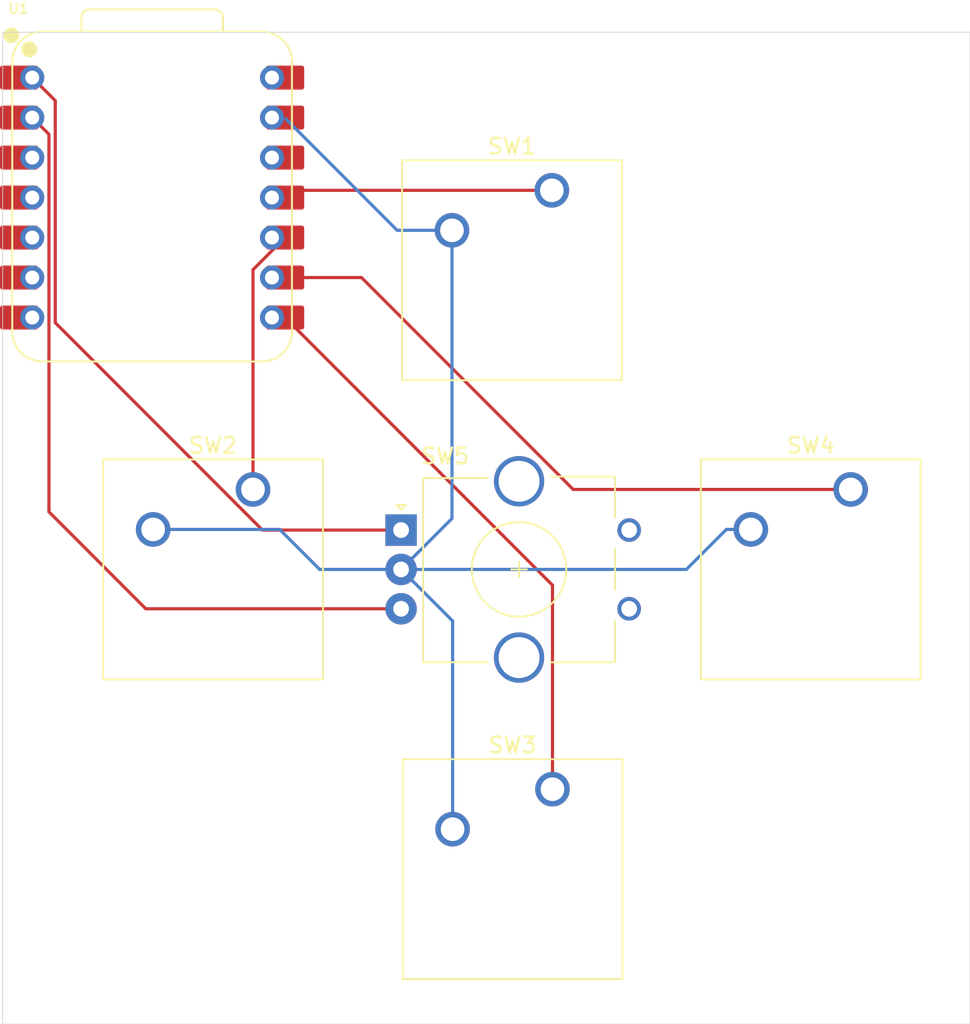
<source format=kicad_pcb>
(kicad_pcb (version 20240108) (generator "pcbnew") (generator_version "8.0")
  (layers (0 "F.Cu" signal) (31 "B.Cu" signal) (34 "B.Paste" user) (35 "F.Paste" user) (36 "B.SilkS" user "B.Silkscreen") (37 "F.SilkS" user "F.Silkscreen") (38 "B.Mask" user) (39 "F.Mask" user) (44 "Edge.Cuts" user))
  (net 0 "")
  (net 1 "Net-(U1-PA6_A10_D10_MOSI)")
  (net 2 "GND")
  (net 3 "Net-(U1-PA5_A9_D9_MISO)")
  (net 4 "Net-(U1-PB09_A7_D7_RX)")
  (net 5 "Net-(U1-PA7_A8_D8_SCK)")
  (net 6 "Net-(U1-PA02_A0_D0)")
  (net 7 "Net-(U1-PA4_A1_D1)")
  (footprint "Button_Switch_Keyboard:SW_Cherry_MX_1.00u_PCB" (layer "F.Cu") (at 175.915 92.54)
    (property "Reference" "SW4" (at -2.54 -2.794 0) (layer "F.SilkS"))
    (property "Value" "SW_Push")
    (fp_line (start -9.525 -1.905) (end 4.445 -1.905) (stroke (width 0.12)) (layer "F.SilkS"))
    (fp_line (start -9.525 12.065) (end -9.525 -1.905) (stroke (width 0.12)) (layer "F.SilkS"))
    (fp_line (start 4.445 -1.905) (end 4.445 12.065) (stroke (width 0.12)) (layer "F.SilkS"))
    (fp_line (start 4.445 12.065) (end -9.525 12.065) (stroke (width 0.12)) (layer "F.SilkS"))
    (pad "" np_thru_hole circle (at -7.62 5.08) (size 1.7 1.7) (drill 1.7) (layers "*.Cu" "*.Mask"))
    (pad "" np_thru_hole circle (at -2.54 5.08) (size 4 4) (drill 4) (layers "*.Cu" "*.Mask"))
    (pad "" np_thru_hole circle (at 2.54 5.08) (size 1.7 1.7) (drill 1.7) (layers "*.Cu" "*.Mask"))
    (pad "1" thru_hole circle (at 0 0) (size 2.2 2.2) (drill 1.5) (layers "*.Cu" "*.Mask") (net 5 "Net-(U1-PA7_A8_D8_SCK)"))
    (pad "2" thru_hole circle (at -6.35 2.54) (size 2.2 2.2) (drill 1.5) (layers "*.Cu" "*.Mask") (net 2 "GND"))
  )
  (footprint "Button_Switch_Keyboard:SW_Cherry_MX_1.00u_PCB" (layer "F.Cu") (at 156.955 111.58)
    (property "Reference" "SW3" (at -2.54 -2.794 0) (layer "F.SilkS"))
    (property "Value" "SW_Push")
    (fp_line (start -9.525 -1.905) (end 4.445 -1.905) (stroke (width 0.12)) (layer "F.SilkS"))
    (fp_line (start -9.525 12.065) (end -9.525 -1.905) (stroke (width 0.12)) (layer "F.SilkS"))
    (fp_line (start 4.445 -1.905) (end 4.445 12.065) (stroke (width 0.12)) (layer "F.SilkS"))
    (fp_line (start 4.445 12.065) (end -9.525 12.065) (stroke (width 0.12)) (layer "F.SilkS"))
    (pad "" np_thru_hole circle (at -7.62 5.08) (size 1.7 1.7) (drill 1.7) (layers "*.Cu" "*.Mask"))
    (pad "" np_thru_hole circle (at -2.54 5.08) (size 4 4) (drill 4) (layers "*.Cu" "*.Mask"))
    (pad "" np_thru_hole circle (at 2.54 5.08) (size 1.7 1.7) (drill 1.7) (layers "*.Cu" "*.Mask"))
    (pad "1" thru_hole circle (at 0 0) (size 2.2 2.2) (drill 1.5) (layers "*.Cu" "*.Mask") (net 4 "Net-(U1-PB09_A7_D7_RX)"))
    (pad "2" thru_hole circle (at -6.35 2.54) (size 2.2 2.2) (drill 1.5) (layers "*.Cu" "*.Mask") (net 2 "GND"))
  )
  (footprint "Button_Switch_Keyboard:SW_Cherry_MX_1.00u_PCB" (layer "F.Cu") (at 156.915 73.54)
    (property "Reference" "SW1" (at -2.54 -2.794 0) (layer "F.SilkS"))
    (property "Value" "SW_Push")
    (fp_line (start -9.525 -1.905) (end 4.445 -1.905) (stroke (width 0.12)) (layer "F.SilkS"))
    (fp_line (start -9.525 12.065) (end -9.525 -1.905) (stroke (width 0.12)) (layer "F.SilkS"))
    (fp_line (start 4.445 -1.905) (end 4.445 12.065) (stroke (width 0.12)) (layer "F.SilkS"))
    (fp_line (start 4.445 12.065) (end -9.525 12.065) (stroke (width 0.12)) (layer "F.SilkS"))
    (pad "" np_thru_hole circle (at -7.62 5.08) (size 1.7 1.7) (drill 1.7) (layers "*.Cu" "*.Mask"))
    (pad "" np_thru_hole circle (at -2.54 5.08) (size 4 4) (drill 4) (layers "*.Cu" "*.Mask"))
    (pad "" np_thru_hole circle (at 2.54 5.08) (size 1.7 1.7) (drill 1.7) (layers "*.Cu" "*.Mask"))
    (pad "1" thru_hole circle (at 0 0) (size 2.2 2.2) (drill 1.5) (layers "*.Cu" "*.Mask") (net 1 "Net-(U1-PA6_A10_D10_MOSI)"))
    (pad "2" thru_hole circle (at -6.35 2.54) (size 2.2 2.2) (drill 1.5) (layers "*.Cu" "*.Mask") (net 2 "GND"))
  )
  (footprint "Seeed Studio XIAO Series Library:XIAO-RP2040-DIP" (layer "F.Cu") (at 131.5 74)
    (property "Reference" "U1" (at -8.5 -12 0) (layer "F.SilkS") (effects (font (size 0.635 0.635) (thickness 0.1016))))
    (property "Value" "XIAO-SAMD21-SMD")
    (fp_line (start -8.89 8.509) (end -8.89 -8.636) (stroke (width 0.127)) (layer "F.SilkS"))
    (fp_line (start -6.985 10.414) (end 6.985 10.414) (stroke (width 0.127)) (layer "F.SilkS"))
    (fp_line (start -4.495 -10.541) (end -4.491272 -11.451272) (stroke (width 0.127)) (layer "F.SilkS"))
    (fp_line (start -3.991272 -11.951) (end 4.004 -11.951) (stroke (width 0.127)) (layer "F.SilkS"))
    (fp_line (start 4.504 -11.451) (end 4.504 -10.541) (stroke (width 0.127)) (layer "F.SilkS"))
    (fp_line (start 6.985 -10.541) (end -6.985 -10.541) (stroke (width 0.1)) (layer "F.SilkS"))
    (fp_line (start 6.985 -10.541) (end -6.985 -10.541) (stroke (width 0.127)) (layer "F.SilkS"))
    (fp_line (start 8.89 8.509) (end 8.89 -8.636) (stroke (width 0.127)) (layer "F.SilkS"))
    (fp_arc (start -8.89 -8.636) (mid -8.332038 -9.983038) (end -6.985 -10.541) (stroke (width 0.127)) (layer "F.SilkS"))
    (fp_arc (start -6.985 10.414) (mid -8.332038 9.856038) (end -8.89 8.509) (stroke (width 0.127)) (layer "F.SilkS"))
    (fp_arc (start -4.491272 -11.451272) (mid -4.344724 -11.804644) (end -3.991272 -11.951) (stroke (width 0.127)) (layer "F.SilkS"))
    (fp_arc (start 4.004 -11.951) (mid 4.357553 -11.804553) (end 4.504 -11.451) (stroke (width 0.127)) (layer "F.SilkS"))
    (fp_arc (start 6.985 -10.541) (mid 8.332038 -9.983038) (end 8.89 -8.636) (stroke (width 0.127)) (layer "F.SilkS"))
    (fp_arc (start 8.89 8.509) (mid 8.332038 9.856038) (end 6.985 10.414) (stroke (width 0.127)) (layer "F.SilkS"))
    (fp_circle (center -8.95 -10.3) (end -8.95 -10.554) (stroke (width 0.5)) (fill solid) (layer "F.SilkS"))
    (fp_circle (center -7.807 -9.42) (end -7.807 -9.674) (stroke (width 0.5)) (fill solid) (layer "F.SilkS"))
    (pad "1" smd roundrect (at -8.455 -7.62 180) (size 2.432 1.524) (layers "F.Cu" "F.Mask") (roundrect_rratio 0.1) (net 6 "Net-(U1-PA02_A0_D0)"))
    (pad "1" thru_hole circle (at -7.62 -7.62 180) (size 1.524 1.524) (drill 0.889) (layers "*.Cu" "*.Mask") (net 6 "Net-(U1-PA02_A0_D0)"))
    (pad "2" smd roundrect (at -8.455 -5.08 180) (size 2.432 1.524) (layers "F.Cu" "F.Mask") (roundrect_rratio 0.1) (net 7 "Net-(U1-PA4_A1_D1)"))
    (pad "2" thru_hole circle (at -7.62 -5.08 180) (size 1.524 1.524) (drill 0.889) (layers "*.Cu" "*.Mask") (net 7 "Net-(U1-PA4_A1_D1)"))
    (pad "3" smd roundrect (at -8.455 -2.54 180) (size 2.432 1.524) (layers "F.Cu" "F.Mask") (roundrect_rratio 0.1))
    (pad "3" thru_hole circle (at -7.62 -2.54 180) (size 1.524 1.524) (drill 0.889) (layers "*.Cu" "*.Mask"))
    (pad "4" smd roundrect (at -8.455 0 180) (size 2.432 1.524) (layers "F.Cu" "F.Mask") (roundrect_rratio 0.1))
    (pad "4" thru_hole circle (at -7.62 0 180) (size 1.524 1.524) (drill 0.889) (layers "*.Cu" "*.Mask"))
    (pad "5" smd roundrect (at -8.455 2.54 180) (size 2.432 1.524) (layers "F.Cu" "F.Mask") (roundrect_rratio 0.1))
    (pad "5" thru_hole circle (at -7.62 2.54 180) (size 1.524 1.524) (drill 0.889) (layers "*.Cu" "*.Mask"))
    (pad "6" smd roundrect (at -8.455 5.08 180) (size 2.432 1.524) (layers "F.Cu" "F.Mask") (roundrect_rratio 0.1))
    (pad "6" thru_hole circle (at -7.62 5.08 180) (size 1.524 1.524) (drill 0.889) (layers "*.Cu" "*.Mask"))
    (pad "7" smd roundrect (at -8.455 7.62 180) (size 2.432 1.524) (layers "F.Cu" "F.Mask") (roundrect_rratio 0.1))
    (pad "7" thru_hole circle (at -7.62 7.62 180) (size 1.524 1.524) (drill 0.889) (layers "*.Cu" "*.Mask"))
    (pad "8" thru_hole circle (at 7.62 7.62) (size 1.524 1.524) (drill 0.889) (layers "*.Cu" "*.Mask") (net 4 "Net-(U1-PB09_A7_D7_RX)"))
    (pad "8" smd roundrect (at 8.455 7.62) (size 2.432 1.524) (layers "F.Cu" "F.Mask") (roundrect_rratio 0.1) (net 4 "Net-(U1-PB09_A7_D7_RX)"))
    (pad "9" thru_hole circle (at 7.62 5.08) (size 1.524 1.524) (drill 0.889) (layers "*.Cu" "*.Mask") (net 5 "Net-(U1-PA7_A8_D8_SCK)"))
    (pad "9" smd roundrect (at 8.455 5.08) (size 2.432 1.524) (layers "F.Cu" "F.Mask") (roundrect_rratio 0.1) (net 5 "Net-(U1-PA7_A8_D8_SCK)"))
    (pad "10" thru_hole circle (at 7.62 2.54) (size 1.524 1.524) (drill 0.889) (layers "*.Cu" "*.Mask") (net 3 "Net-(U1-PA5_A9_D9_MISO)"))
    (pad "10" smd roundrect (at 8.455 2.54) (size 2.432 1.524) (layers "F.Cu" "F.Mask") (roundrect_rratio 0.1) (net 3 "Net-(U1-PA5_A9_D9_MISO)"))
    (pad "11" thru_hole circle (at 7.62 0) (size 1.524 1.524) (drill 0.889) (layers "*.Cu" "*.Mask") (net 1 "Net-(U1-PA6_A10_D10_MOSI)"))
    (pad "11" smd roundrect (at 8.455 0) (size 2.432 1.524) (layers "F.Cu" "F.Mask") (roundrect_rratio 0.1) (net 1 "Net-(U1-PA6_A10_D10_MOSI)"))
    (pad "12" thru_hole circle (at 7.62 -2.54) (size 1.524 1.524) (drill 0.889) (layers "*.Cu" "*.Mask"))
    (pad "12" smd roundrect (at 8.455 -2.54) (size 2.432 1.524) (layers "F.Cu" "F.Mask") (roundrect_rratio 0.1))
    (pad "13" thru_hole circle (at 7.62 -5.08) (size 1.524 1.524) (drill 0.889) (layers "*.Cu" "*.Mask") (net 2 "GND"))
    (pad "13" smd roundrect (at 8.455 -5.08) (size 2.432 1.524) (layers "F.Cu" "F.Mask") (roundrect_rratio 0.1) (net 2 "GND"))
    (pad "14" thru_hole circle (at 7.62 -7.62) (size 1.524 1.524) (drill 0.889) (layers "*.Cu" "*.Mask"))
    (pad "14" smd roundrect (at 8.455 -7.62) (size 2.432 1.524) (layers "F.Cu" "F.Mask") (roundrect_rratio 0.1))
  )
  (footprint "Button_Switch_Keyboard:SW_Cherry_MX_1.00u_PCB" (layer "F.Cu") (at 137.915 92.54)
    (property "Reference" "SW2" (at -2.54 -2.794 0) (layer "F.SilkS"))
    (property "Value" "SW_Push")
    (fp_line (start -9.525 -1.905) (end 4.445 -1.905) (stroke (width 0.12)) (layer "F.SilkS"))
    (fp_line (start -9.525 12.065) (end -9.525 -1.905) (stroke (width 0.12)) (layer "F.SilkS"))
    (fp_line (start 4.445 -1.905) (end 4.445 12.065) (stroke (width 0.12)) (layer "F.SilkS"))
    (fp_line (start 4.445 12.065) (end -9.525 12.065) (stroke (width 0.12)) (layer "F.SilkS"))
    (pad "" np_thru_hole circle (at -7.62 5.08) (size 1.7 1.7) (drill 1.7) (layers "*.Cu" "*.Mask"))
    (pad "" np_thru_hole circle (at -2.54 5.08) (size 4 4) (drill 4) (layers "*.Cu" "*.Mask"))
    (pad "" np_thru_hole circle (at 2.54 5.08) (size 1.7 1.7) (drill 1.7) (layers "*.Cu" "*.Mask"))
    (pad "1" thru_hole circle (at 0 0) (size 2.2 2.2) (drill 1.5) (layers "*.Cu" "*.Mask") (net 3 "Net-(U1-PA5_A9_D9_MISO)"))
    (pad "2" thru_hole circle (at -6.35 2.54) (size 2.2 2.2) (drill 1.5) (layers "*.Cu" "*.Mask") (net 2 "GND"))
  )
  (footprint "Rotary_Encoder:RotaryEncoder_Alps_EC11E_Vertical_H20mm_CircularMountingHoles" (layer "F.Cu") (at 147.33 95.12)
    (property "Reference" "SW5" (at 2.8 -4.7 0) (layer "F.SilkS"))
    (property "Value" "RotaryEncoder")
    (fp_line (start -0.3 -1.6) (end 0.3 -1.6) (stroke (width 0.12)) (layer "F.SilkS"))
    (fp_line (start 0 -1.3) (end -0.3 -1.6) (stroke (width 0.12)) (layer "F.SilkS"))
    (fp_line (start 0.3 -1.6) (end 0 -1.3) (stroke (width 0.12)) (layer "F.SilkS"))
    (fp_line (start 1.4 -3.3) (end 1.4 8.4) (stroke (width 0.12)) (layer "F.SilkS"))
    (fp_line (start 5.5 -3.3) (end 1.4 -3.3) (stroke (width 0.12)) (layer "F.SilkS"))
    (fp_line (start 5.5 8.4) (end 1.4 8.4) (stroke (width 0.12)) (layer "F.SilkS"))
    (fp_line (start 7 2.5) (end 8 2.5) (stroke (width 0.12)) (layer "F.SilkS"))
    (fp_line (start 7.5 2) (end 7.5 3) (stroke (width 0.12)) (layer "F.SilkS"))
    (fp_line (start 9.5 -3.4) (end 13.6 -3.4) (stroke (width 0.12)) (layer "F.SilkS"))
    (fp_line (start 13.6 -3.4) (end 13.6 -0.8) (stroke (width 0.12)) (layer "F.SilkS"))
    (fp_line (start 13.6 1.2) (end 13.6 3.8) (stroke (width 0.12)) (layer "F.SilkS"))
    (fp_line (start 13.6 5.8) (end 13.6 8.4) (stroke (width 0.12)) (layer "F.SilkS"))
    (fp_line (start 13.6 8.4) (end 9.5 8.4) (stroke (width 0.12)) (layer "F.SilkS"))
    (fp_circle (center 7.5 2.5) (end 10.5 2.5) (stroke (width 0.12)) (fill none) (layer "F.SilkS"))
    (pad "" thru_hole circle (at 14.5 0) (size 1.5 1.5) (drill 1) (layers "*.Cu" "*.Mask"))
    (pad "" thru_hole circle (at 14.5 5) (size 1.5 1.5) (drill 1) (layers "*.Cu" "*.Mask"))
    (pad "A" thru_hole rect (at 0 0) (size 2 2) (drill 1) (layers "*.Cu" "*.Mask") (net 6 "Net-(U1-PA02_A0_D0)"))
    (pad "B" thru_hole circle (at 0 5) (size 2 2) (drill 1) (layers "*.Cu" "*.Mask") (net 7 "Net-(U1-PA4_A1_D1)"))
    (pad "C" thru_hole circle (at 0 2.5) (size 2 2) (drill 1) (layers "*.Cu" "*.Mask") (net 2 "GND"))
    (pad "MP" thru_hole circle (at 7.5 -3.1) (size 3.2 3.2) (drill 2.6) (layers "*.Cu" "*.Mask"))
    (pad "MP" thru_hole circle (at 7.5 8.1) (size 3.2 3.2) (drill 2.6) (layers "*.Cu" "*.Mask"))
  )
  (gr_rect (start 122 63.5) (end 183.5 126.5) (stroke (width 0.05)) (fill none) (layer "Edge.Cuts"))
  (segment (start 140.415 73.54) (end 139.955 74) (width 0.2) (layer "F.Cu") (net 1))
  (segment (start 156.915 73.54) (end 140.415 73.54) (width 0.2) (layer "F.Cu") (net 1))
  (segment (start 150.565 76.08) (end 147.08 76.08) (width 0.2) (layer "B.Cu") (net 2))
  (segment (start 168.009366 95.08) (end 165.469366 97.62) (width 0.2) (layer "B.Cu") (net 2))
  (segment (start 150.565 76.08) (end 150.565 94.385) (width 0.2) (layer "B.Cu") (net 2))
  (segment (start 147.08 76.08) (end 140 69) (width 0.2) (layer "B.Cu") (net 2))
  (segment (start 150.605 114.12) (end 150.605 100.895) (width 0.2) (layer "B.Cu") (net 2))
  (segment (start 142.152056 97.62) (end 147.33 97.62) (width 0.2) (layer "B.Cu") (net 2))
  (segment (start 165.469366 97.62) (end 147.33 97.62) (width 0.2) (layer "B.Cu") (net 2))
  (segment (start 131.565 95.08) (end 139.612056 95.08) (width 0.2) (layer "B.Cu") (net 2))
  (segment (start 169.565 95.08) (end 168.009366 95.08) (width 0.2) (layer "B.Cu") (net 2))
  (segment (start 139.612056 95.08) (end 142.152056 97.62) (width 0.2) (layer "B.Cu") (net 2))
  (segment (start 150.605 100.895) (end 147.33 97.62) (width 0.2) (layer "B.Cu") (net 2))
  (segment (start 150.565 94.385) (end 147.33 97.62) (width 0.2) (layer "B.Cu") (net 2))
  (segment (start 137.915 78.58) (end 139.955 76.54) (width 0.2) (layer "F.Cu") (net 3))
  (segment (start 137.915 92.54) (end 137.915 78.58) (width 0.2) (layer "F.Cu") (net 3))
  (segment (start 156.955 98.62) (end 139.955 81.62) (width 0.2) (layer "F.Cu") (net 4))
  (segment (start 156.955 111.58) (end 156.955 98.62) (width 0.2) (layer "F.Cu") (net 4))
  (segment (start 176 92.455) (end 176 92) (width 0.2) (layer "F.Cu") (net 5))
  (segment (start 175.915 92.54) (end 158.272214 92.54) (width 0.2) (layer "F.Cu") (net 5))
  (segment (start 144.812214 79.08) (end 139.955 79.08) (width 0.2) (layer "F.Cu") (net 5))
  (segment (start 158.272214 92.54) (end 144.812214 79.08) (width 0.2) (layer "F.Cu") (net 5))
  (segment (start 125.342 81.946899) (end 125.342 67.842) (width 0.2) (layer "F.Cu") (net 6))
  (segment (start 125.342 67.842) (end 123.88 66.38) (width 0.2) (layer "F.Cu") (net 6))
  (segment (start 138.515101 95.12) (end 125.342 81.946899) (width 0.2) (layer "F.Cu") (net 6))
  (segment (start 147.33 95.12) (end 138.515101 95.12) (width 0.2) (layer "F.Cu") (net 6))
  (segment (start 124.942 93.964056) (end 124.942 69.982) (width 0.2) (layer "F.Cu") (net 7))
  (segment (start 147.33 100.12) (end 131.097944 100.12) (width 0.2) (layer "F.Cu") (net 7))
  (segment (start 131.097944 100.12) (end 124.942 93.964056) (width 0.2) (layer "F.Cu") (net 7))
  (segment (start 124.942 69.982) (end 123.88 68.92) (width 0.2) (layer "F.Cu") (net 7))
)
</source>
